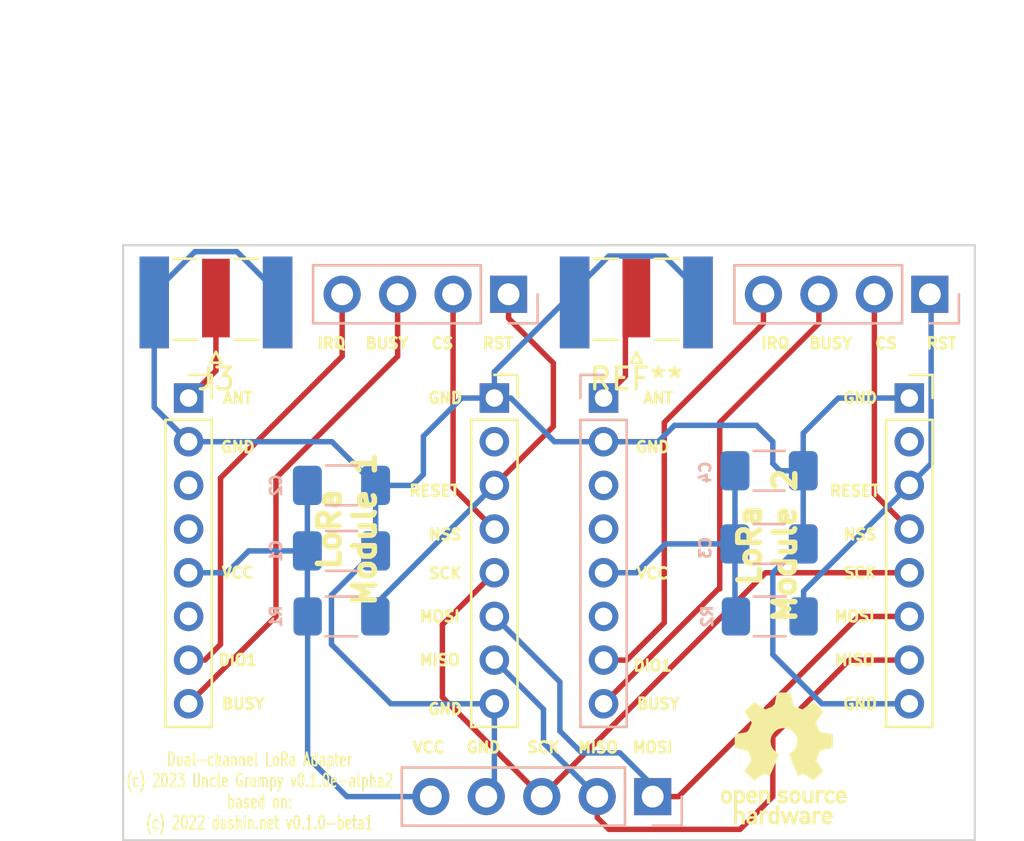
<source format=kicad_pcb>
(kicad_pcb (version 20221018) (generator pcbnew)
  (layers (0 "F.Cu" signal) (31 "B.Cu" signal) (34 "B.Paste" user) (35 "F.Paste" user) (36 "B.SilkS" user "B.Silkscreen") (37 "F.SilkS" user "F.Silkscreen") (38 "B.Mask" user) (39 "F.Mask" user) (44 "Edge.Cuts" user))
  (net 0 "")
  (net 1 "/VCC")
  (net 2 "/GND")
  (net 3 "/ANT1")
  (net 7 "/IRQ1")
  (net 8 "/BUSY1")
  (net 10 "/RESET1")
  (net 11 "/CS1")
  (net 12 "/SCK")
  (net 13 "/MOSI")
  (net 14 "/MISO")
  (net 15 "/ANT2")
  (net 19 "/BUSY2")
  (net 21 "/RESET2")
  (net 22 "/CS2")
  (net 23 "/IRQ2")
  (footprint "Connector_PinSocket_2.00mm:PinSocket_1x08_P2.00mm_Vertical" (layer "F.Cu") (at 137 70)
    (fp_text reference "J2" hide)
    (fp_text value "Conn_01x08_Female" hide)
    (pad "1" thru_hole rect (at 0 0) (size 1.35 1.35) (drill 0.8) (layers "*.Cu" "*.Mask") (net 2 "/GND"))
    (pad "2" thru_hole oval (at 0 2) (size 1.35 1.35) (drill 0.8) (layers "*.Cu" "*.Mask"))
    (pad "3" thru_hole oval (at 0 4) (size 1.35 1.35) (drill 0.8) (layers "*.Cu" "*.Mask") (net 10 "/RESET1"))
    (pad "4" thru_hole oval (at 0 6) (size 1.35 1.35) (drill 0.8) (layers "*.Cu" "*.Mask") (net 11 "/CS1"))
    (pad "5" thru_hole oval (at 0 8) (size 1.35 1.35) (drill 0.8) (layers "*.Cu" "*.Mask") (net 12 "/SCK"))
    (pad "6" thru_hole oval (at 0 10) (size 1.35 1.35) (drill 0.8) (layers "*.Cu" "*.Mask") (net 13 "/MOSI"))
    (pad "7" thru_hole oval (at 0 12) (size 1.35 1.35) (drill 0.8) (layers "*.Cu" "*.Mask") (net 14 "/MISO"))
    (pad "8" thru_hole oval (at 0 14) (size 1.35 1.35) (drill 0.8) (layers "*.Cu" "*.Mask") (net 2 "/GND"))
  )
  (footprint "Connector_Coaxial:SMA_Samtec_SMA-J-P-X-ST-EM1_EdgeMount" (layer "F.Cu") (at 143.5 65.6225 180)
    (fp_text reference "REF**" (at 0 -3.5) (layer "F.SilkS"))
    (fp_text value "SMA_Samtec_SMA-J-P-X-ST-EM1_EdgeMount")
    (pad "1" smd rect (at -2.825 0 180) (size 1.35 4.2) (layers "B.Cu" "B.Paste" "B.Mask") (net 2 "/GND"))
    (pad "1" smd rect (at 2.825 0 180) (size 1.35 4.2) (layers "B.Cu" "B.Paste" "B.Mask") (net 2 "/GND"))
    (pad "2" smd rect (at -2.825 0 180) (size 1.35 4.2) (layers "F.Cu" "F.Paste" "F.Mask"))
    (pad "2" smd rect (at 0 0.2 180) (size 1.27 3.6) (layers "F.Cu" "F.Paste" "F.Mask") (net 15 "/ANT2"))
    (pad "2" smd rect (at 2.825 0 180) (size 1.35 4.2) (layers "F.Cu" "F.Paste" "F.Mask"))
  )
  (footprint "Symbol:OSHW-Logo_5.7x6mm_SilkScreen" (layer "F.Cu") (at 150.25 86.5)
    (fp_text reference "REF**" hide)
    (fp_text value "OSHW-Logo_5.7x6mm_SilkScreen" hide)
  )
  (footprint "Connector_Coaxial:SMA_Samtec_SMA-J-P-X-ST-EM1_EdgeMount" (layer "F.Cu") (at 124.25 65.6225 180)
    (fp_text reference "J3" (at 0 -3.5 180) (layer "F.SilkS"))
    (fp_text value "Conn_01x02_Female")
    (pad "1" smd rect (at -2.825 0 180) (size 1.35 4.2) (layers "B.Cu" "B.Paste" "B.Mask") (net 2 "/GND"))
    (pad "1" smd rect (at 2.825 0 180) (size 1.35 4.2) (layers "B.Cu" "B.Paste" "B.Mask") (net 2 "/GND"))
    (pad "2" smd rect (at -2.825 0 180) (size 1.35 4.2) (layers "F.Cu" "F.Paste" "F.Mask") (net 2 "/GND"))
    (pad "2" smd rect (at 0 0.2 180) (size 1.27 3.6) (layers "F.Cu" "F.Paste" "F.Mask") (net 3 "/ANT1"))
    (pad "2" smd rect (at 2.825 0 180) (size 1.35 4.2) (layers "F.Cu" "F.Paste" "F.Mask") (net 2 "/GND"))
  )
  (footprint "Connector_PinSocket_2.00mm:PinSocket_1x08_P2.00mm_Vertical" (layer "F.Cu") (at 123 70)
    (fp_text reference "J1" hide)
    (fp_text value "Conn_01x08_Female" hide)
    (pad "1" thru_hole rect (at 0 0) (size 1.35 1.35) (drill 0.8) (layers "*.Cu" "*.Mask") (net 3 "/ANT1"))
    (pad "2" thru_hole oval (at 0 2) (size 1.35 1.35) (drill 0.8) (layers "*.Cu" "*.Mask") (net 2 "/GND"))
    (pad "3" thru_hole oval (at 0 4) (size 1.35 1.35) (drill 0.8) (layers "*.Cu" "*.Mask"))
    (pad "4" thru_hole oval (at 0 6) (size 1.35 1.35) (drill 0.8) (layers "*.Cu" "*.Mask"))
    (pad "5" thru_hole oval (at 0 8) (size 1.35 1.35) (drill 0.8) (layers "*.Cu" "*.Mask") (net 1 "/VCC"))
    (pad "6" thru_hole oval (at 0 10) (size 1.35 1.35) (drill 0.8) (layers "*.Cu" "*.Mask"))
    (pad "7" thru_hole oval (at 0 12) (size 1.35 1.35) (drill 0.8) (layers "*.Cu" "*.Mask") (net 7 "/IRQ1"))
    (pad "8" thru_hole oval (at 0 14) (size 1.35 1.35) (drill 0.8) (layers "*.Cu" "*.Mask") (net 8 "/BUSY1"))
  )
  (footprint "Connector_PinSocket_2.00mm:PinSocket_1x08_P2.00mm_Vertical" (layer "F.Cu") (at 156 70)
    (fp_text reference "J6" hide)
    (fp_text value "Conn_01x08_Female" hide)
    (pad "1" thru_hole rect (at 0 0) (size 1.35 1.35) (drill 0.8) (layers "*.Cu" "*.Mask") (net 2 "/GND"))
    (pad "2" thru_hole oval (at 0 2) (size 1.35 1.35) (drill 0.8) (layers "*.Cu" "*.Mask"))
    (pad "3" thru_hole oval (at 0 4) (size 1.35 1.35) (drill 0.8) (layers "*.Cu" "*.Mask") (net 21 "/RESET2"))
    (pad "4" thru_hole oval (at 0 6) (size 1.35 1.35) (drill 0.8) (layers "*.Cu" "*.Mask") (net 22 "/CS2"))
    (pad "5" thru_hole oval (at 0 8) (size 1.35 1.35) (drill 0.8) (layers "*.Cu" "*.Mask") (net 12 "/SCK"))
    (pad "6" thru_hole oval (at 0 10) (size 1.35 1.35) (drill 0.8) (layers "*.Cu" "*.Mask") (net 13 "/MOSI"))
    (pad "7" thru_hole oval (at 0 12) (size 1.35 1.35) (drill 0.8) (layers "*.Cu" "*.Mask") (net 14 "/MISO"))
    (pad "8" thru_hole oval (at 0 14) (size 1.35 1.35) (drill 0.8) (layers "*.Cu" "*.Mask") (net 2 "/GND"))
  )
  (footprint "Connector_PinSocket_2.00mm:PinSocket_1x08_P2.00mm_Vertical" (layer "B.Cu") (at 142 70 180)
    (fp_text reference "J5" hide)
    (fp_text value "Conn_01x08_Female" hide)
    (pad "1" thru_hole rect (at 0 0 180) (size 1.35 1.35) (drill 0.8) (layers "*.Cu" "*.Mask") (net 15 "/ANT2"))
    (pad "2" thru_hole oval (at 0 -2 180) (size 1.35 1.35) (drill 0.8) (layers "*.Cu" "*.Mask") (net 2 "/GND"))
    (pad "3" thru_hole oval (at 0 -4 180) (size 1.35 1.35) (drill 0.8) (layers "*.Cu" "*.Mask"))
    (pad "4" thru_hole oval (at 0 -6 180) (size 1.35 1.35) (drill 0.8) (layers "*.Cu" "*.Mask"))
    (pad "5" thru_hole oval (at 0 -8 180) (size 1.35 1.35) (drill 0.8) (layers "*.Cu" "*.Mask") (net 1 "/VCC"))
    (pad "6" thru_hole oval (at 0 -10 180) (size 1.35 1.35) (drill 0.8) (layers "*.Cu" "*.Mask"))
    (pad "7" thru_hole oval (at 0 -12 180) (size 1.35 1.35) (drill 0.8) (layers "*.Cu" "*.Mask") (net 23 "/IRQ2"))
    (pad "8" thru_hole oval (at 0 -14 180) (size 1.35 1.35) (drill 0.8) (layers "*.Cu" "*.Mask") (net 19 "/BUSY2"))
  )
  (footprint "Capacitor_SMD:C_1206_3216Metric_Pad1.33x1.80mm_HandSolder" (layer "B.Cu") (at 149.58 73.33)
    (fp_text reference "C4" (at -2.92 0.08 90) (layer "B.SilkS") (effects (font (size 0.5 0.5) (thickness 0.125)) (justify mirror)))
    (fp_text value "10uF" hide)
    (pad "1" smd roundrect (at -1.5625 0) (size 1.325 1.8) (layers "B.Cu" "B.Paste" "B.Mask") (roundrect_rratio 0.1886792453) (net 1 "/VCC"))
    (pad "2" smd roundrect (at 1.5625 0) (size 1.325 1.8) (layers "B.Cu" "B.Paste" "B.Mask") (roundrect_rratio 0.1886792453) (net 2 "/GND"))
  )
  (footprint "Capacitor_SMD:C_1206_3216Metric_Pad1.33x1.80mm_HandSolder" (layer "B.Cu") (at 149.58 76.68)
    (fp_text reference "C3" (at -2.92 0.18 90) (layer "B.SilkS") (effects (font (size 0.5 0.5) (thickness 0.125)) (justify mirror)))
    (fp_text value "100nF" hide)
    (pad "1" smd roundrect (at -1.5625 0) (size 1.325 1.8) (layers "B.Cu" "B.Paste" "B.Mask") (roundrect_rratio 0.1886792453) (net 1 "/VCC"))
    (pad "2" smd roundrect (at 1.5625 0) (size 1.325 1.8) (layers "B.Cu" "B.Paste" "B.Mask") (roundrect_rratio 0.1886792453) (net 2 "/GND"))
  )
  (footprint "Resistor_SMD:R_1206_3216Metric_Pad1.30x1.75mm_HandSolder" (layer "B.Cu") (at 149.61 80 180)
    (fp_text reference "R2" (at 2.86 0 90) (layer "B.SilkS") (effects (font (size 0.5 0.5) (thickness 0.125)) (justify mirror)))
    (fp_text value "10k" hide)
    (pad "1" smd roundrect (at -1.55 0 180) (size 1.3 1.75) (layers "B.Cu" "B.Paste" "B.Mask") (roundrect_rratio 0.1923076923) (net 21 "/RESET2"))
    (pad "2" smd roundrect (at 1.55 0 180) (size 1.3 1.75) (layers "B.Cu" "B.Paste" "B.Mask") (roundrect_rratio 0.1923076923) (net 1 "/VCC"))
  )
  (footprint "Resistor_SMD:R_1206_3216Metric_Pad1.30x1.75mm_HandSolder" (layer "B.Cu") (at 130 80 180)
    (fp_text reference "R1" (at 3 0 90) (layer "B.SilkS") (effects (font (size 0.5 0.5) (thickness 0.125)) (justify mirror)))
    (fp_text value "10k" hide)
    (pad "1" smd roundrect (at -1.55 0 180) (size 1.3 1.75) (layers "B.Cu" "B.Paste" "B.Mask") (roundrect_rratio 0.1923076923) (net 10 "/RESET1"))
    (pad "2" smd roundrect (at 1.55 0 180) (size 1.3 1.75) (layers "B.Cu" "B.Paste" "B.Mask") (roundrect_rratio 0.1923076923) (net 1 "/VCC"))
  )
  (footprint "Capacitor_SMD:C_1206_3216Metric_Pad1.33x1.80mm_HandSolder" (layer "B.Cu") (at 130 74)
    (fp_text reference "C2" (at -3 0 90) (layer "B.SilkS") (effects (font (size 0.5 0.5) (thickness 0.125)) (justify mirror)))
    (fp_text value "10uF" hide)
    (pad "1" smd roundrect (at -1.5625 0) (size 1.325 1.8) (layers "B.Cu" "B.Paste" "B.Mask") (roundrect_rratio 0.1886792453) (net 1 "/VCC"))
    (pad "2" smd roundrect (at 1.5625 0) (size 1.325 1.8) (layers "B.Cu" "B.Paste" "B.Mask") (roundrect_rratio 0.1886792453) (net 2 "/GND"))
  )
  (footprint "Connector_PinHeader_2.54mm:PinHeader_1x05_P2.54mm_Vertical" (layer "B.Cu") (at 144.25 88.25 90)
    (fp_text reference "J9" hide)
    (fp_text value "Conn_01x05_Male" hide)
    (pad "1" thru_hole rect (at 0 0 90) (size 1.7 1.7) (drill 1) (layers "*.Cu" "*.Mask") (net 13 "/MOSI"))
    (pad "2" thru_hole oval (at 0 -2.54 90) (size 1.7 1.7) (drill 1) (layers "*.Cu" "*.Mask") (net 14 "/MISO"))
    (pad "3" thru_hole oval (at 0 -5.08 90) (size 1.7 1.7) (drill 1) (layers "*.Cu" "*.Mask") (net 12 "/SCK"))
    (pad "4" thru_hole oval (at 0 -7.62 90) (size 1.7 1.7) (drill 1) (layers "*.Cu" "*.Mask") (net 2 "/GND"))
    (pad "5" thru_hole oval (at 0 -10.16 90) (size 1.7 1.7) (drill 1) (layers "*.Cu" "*.Mask") (net 1 "/VCC"))
  )
  (footprint "Connector_PinHeader_2.54mm:PinHeader_1x04_P2.54mm_Vertical" (layer "B.Cu") (at 156.94 65.25 90)
    (fp_text reference "J8" hide)
    (fp_text value "Conn_01x04_Male" hide)
    (pad "1" thru_hole rect (at 0 0 90) (size 1.7 1.7) (drill 1) (layers "*.Cu" "*.Mask") (net 21 "/RESET2"))
    (pad "2" thru_hole oval (at 0 -2.54 90) (size 1.7 1.7) (drill 1) (layers "*.Cu" "*.Mask") (net 22 "/CS2"))
    (pad "3" thru_hole oval (at 0 -5.08 90) (size 1.7 1.7) (drill 1) (layers "*.Cu" "*.Mask") (net 19 "/BUSY2"))
    (pad "4" thru_hole oval (at 0 -7.62 90) (size 1.7 1.7) (drill 1) (layers "*.Cu" "*.Mask") (net 23 "/IRQ2"))
  )
  (footprint "Connector_PinHeader_2.54mm:PinHeader_1x04_P2.54mm_Vertical" (layer "B.Cu") (at 137.65 65.25 90)
    (fp_text reference "J4" hide)
    (fp_text value "Conn_01x04_Male" hide)
    (pad "1" thru_hole rect (at 0 0 90) (size 1.7 1.7) (drill 1) (layers "*.Cu" "*.Mask") (net 10 "/RESET1"))
    (pad "2" thru_hole oval (at 0 -2.54 90) (size 1.7 1.7) (drill 1) (layers "*.Cu" "*.Mask") (net 11 "/CS1"))
    (pad "3" thru_hole oval (at 0 -5.08 90) (size 1.7 1.7) (drill 1) (layers "*.Cu" "*.Mask") (net 8 "/BUSY1"))
    (pad "4" thru_hole oval (at 0 -7.62 90) (size 1.7 1.7) (drill 1) (layers "*.Cu" "*.Mask") (net 7 "/IRQ1"))
  )
  (footprint "Capacitor_SMD:C_1206_3216Metric_Pad1.33x1.80mm_HandSolder" (layer "B.Cu") (at 130 77)
    (fp_text reference "C1" (at -3 0 90) (layer "B.SilkS") (effects (font (size 0.5 0.5) (thickness 0.125)) (justify mirror)))
    (fp_text value "100nF" hide)
    (pad "1" smd roundrect (at -1.5625 0) (size 1.325 1.8) (layers "B.Cu" "B.Paste" "B.Mask") (roundrect_rratio 0.1886792453) (net 1 "/VCC"))
    (pad "2" smd roundrect (at 1.5625 0) (size 1.325 1.8) (layers "B.Cu" "B.Paste" "B.Mask") (roundrect_rratio 0.1886792453) (net 2 "/GND"))
  )
  (gr_line (start 120 90.25) (end 159 90.25) (stroke (width 0.1)) (layer "Edge.Cuts"))
  (gr_line (start 159 90.25) (end 159 63) (stroke (width 0.1)) (layer "Edge.Cuts"))
  (gr_line (start 120 63) (end 120 90.25) (stroke (width 0.1)) (layer "Edge.Cuts"))
  (gr_line (start 159 63) (end 120 63) (stroke (width 0.1)) (layer "Edge.Cuts"))
  (gr_text "LoRa\nModule 1" (at 130.25 76 90) (layer "F.SilkS") (effects (font (size 1 1) (thickness 0.25))))
  (gr_text "DIO1" (at 144.25 82.25) (layer "F.SilkS") (effects (font (size 0.5 0.5) (thickness 0.125))))
  (gr_text "GND" (at 134.75 70) (layer "F.SilkS") (effects (font (size 0.5 0.5) (thickness 0.125))))
  (gr_text "MISO" (at 153.5 82) (layer "F.SilkS") (effects (font (size 0.5 0.5) (thickness 0.125))))
  (gr_text "GND" (at 134.75 84.25) (layer "F.SilkS") (effects (font (size 0.5 0.5) (thickness 0.125))))
  (gr_text "RST" (at 157.48 67.5) (layer "F.SilkS") (effects (font (size 0.5 0.5) (thickness 0.125))))
  (gr_text "VCC" (at 134 86) (layer "F.SilkS") (effects (font (size 0.5 0.5) (thickness 0.125))))
  (gr_text "SCK" (at 139.25 86) (layer "F.SilkS") (effects (font (size 0.5 0.5) (thickness 0.125))))
  (gr_text "MOSI" (at 134.5 80) (layer "F.SilkS") (effects (font (size 0.5 0.5) (thickness 0.125))))
  (gr_text "CS" (at 134.62 67.5) (layer "F.SilkS") (effects (font (size 0.5 0.5) (thickness 0.125))))
  (gr_text "BUSY" (at 132.08 67.5) (layer "F.SilkS") (effects (font (size 0.5 0.5) (thickness 0.125))))
  (gr_text "GND" (at 144.25 72.25) (layer "F.SilkS") (effects (font (size 0.5 0.5) (thickness 0.125))))
  (gr_text "IRQ" (at 129.54 67.5) (layer "F.SilkS") (effects (font (size 0.5 0.5) (thickness 0.125))))
  (gr_text "MISO" (at 141.75 86) (layer "F.SilkS") (effects (font (size 0.5 0.5) (thickness 0.125))))
  (gr_text "GND" (at 153.75 70) (layer "F.SilkS") (effects (font (size 0.5 0.5) (thickness 0.125))))
  (gr_text "VCC" (at 125.25 78) (layer "F.SilkS") (effects (font (size 0.5 0.5) (thickness 0.125))))
  (gr_text "ANT" (at 125.25 70) (layer "F.SilkS") (effects (font (size 0.5 0.5) (thickness 0.125))))
  (gr_text "Dual-channel LoRa Adapter\n(c) 2023 Uncle Grumpy v0.1.0e-alpha2\nbased on:\n(c) 2022 dushin.net v0.1.0-beta1" (at 126.25 88) (layer "F.SilkS") (effects (font (size 0.6 0.4) (thickness 0.0875) bold)))
  (gr_text "RESET" (at 134.25 74.25) (layer "F.SilkS") (effects (font (size 0.5 0.5) (thickness 0.125))))
  (gr_text "VCC" (at 144.25 78.03) (layer "F.SilkS") (effects (font (size 0.5 0.5) (thickness 0.125))))
  (gr_text "BUSY" (at 144.5 84) (layer "F.SilkS") (effects (font (size 0.5 0.5) (thickness 0.125))))
  (gr_text "NSS" (at 134.75 76.25) (layer "F.SilkS") (effects (font (size 0.5 0.5) (thickness 0.125))))
  (gr_text "GND" (at 136.5 86) (layer "F.SilkS") (effects (font (size 0.5 0.5) (thickness 0.125))))
  (gr_text "MOSI" (at 144.25 86) (layer "F.SilkS") (effects (font (size 0.5 0.5) (thickness 0.125))))
  (gr_text "MOSI" (at 153.5 80) (layer "F.SilkS") (effects (font (size 0.5 0.5) (thickness 0.125))))
  (gr_text "RESET" (at 153.5 74.25) (layer "F.SilkS") (effects (font (size 0.5 0.5) (thickness 0.125))))
  (gr_text "BUSY" (at 125.5 84) (layer "F.SilkS") (effects (font (size 0.5 0.5) (thickness 0.125))))
  (gr_text "NSS" (at 153.75 76.25) (layer "F.SilkS") (effects (font (size 0.5 0.5) (thickness 0.125))))
  (gr_text "SCK" (at 134.75 78.03) (layer "F.SilkS") (effects (font (size 0.5 0.5) (thickness 0.125))))
  (gr_text "GND" (at 125.25 72.25) (layer "F.SilkS") (effects (font (size 0.5 0.5) (thickness 0.125))))
  (gr_text "SCK" (at 153.75 78) (layer "F.SilkS") (effects (font (size 0.5 0.5) (thickness 0.125))))
  (gr_text "LoRa\nModule 2" (at 149.5 76.75 90) (layer "F.SilkS") (effects (font (size 1 1) (thickness 0.25))))
  (gr_text "MISO" (at 134.5 82) (layer "F.SilkS") (effects (font (size 0.5 0.5) (thickness 0.125))))
  (gr_text "CS" (at 154.94 67.5) (layer "F.SilkS") (effects (font (size 0.5 0.5) (thickness 0.125))))
  (gr_text "GND" (at 153.75 84) (layer "F.SilkS") (effects (font (size 0.5 0.5) (thickness 0.125))))
  (gr_text "IRQ" (at 149.86 67.5) (layer "F.SilkS") (effects (font (size 0.5 0.5) (thickness 0.125))))
  (gr_text "ANT" (at 144.5 70) (layer "F.SilkS") (effects (font (size 0.5 0.5) (thickness 0.125))))
  (gr_text "BUSY" (at 152.4 67.5) (layer "F.SilkS") (effects (font (size 0.5 0.5) (thickness 0.125))))
  (gr_text "DIO1" (at 125.25 82) (layer "F.SilkS") (effects (font (size 0.5 0.5) (thickness 0.125))))
  (gr_text "RST" (at 137.16 67.5) (layer "F.SilkS") (effects (font (size 0.5 0.5) (thickness 0.125))))
  (segment (start 128.45 80) (end 128.45 86.45) (width 0.25) (layer "B.Cu") (net 1))
  (segment (start 144.82 76.68) (end 148.0175 76.68) (width 0.25) (layer "B.Cu") (net 1))
  (segment (start 125.75 77) (end 128.4375 77) (width 0.25) (layer "B.Cu") (net 1))
  (segment (start 142 78) (end 143.5 78) (width 0.25) (layer "B.Cu") (net 1))
  (segment (start 128.45 86.45) (end 130.25 88.25) (width 0.25) (layer "B.Cu") (net 1))
  (segment (start 148.0175 73.33) (end 148.0175 79.9575) (width 0.25) (layer "B.Cu") (net 1))
  (segment (start 143.5 78) (end 144.82 76.68) (width 0.25) (layer "B.Cu") (net 1))
  (segment (start 148.0175 79.9575) (end 148.06 80) (width 0.25) (layer "B.Cu") (net 1))
  (segment (start 124.75 78) (end 125.75 77) (width 0.25) (layer "B.Cu") (net 1))
  (segment (start 128.4375 79.9875) (end 128.45 80) (width 0.25) (layer "B.Cu") (net 1))
  (segment (start 130.25 88.25) (end 134.09 88.25) (width 0.25) (layer "B.Cu") (net 1))
  (segment (start 123 78) (end 124.75 78) (width 0.25) (layer "B.Cu") (net 1))
  (segment (start 128.4375 74) (end 128.4375 79.9875) (width 0.25) (layer "B.Cu") (net 1))
  (segment (start 137 87.88) (end 136.63 88.25) (width 0.25) (layer "F.Cu") (net 2))
  (segment (start 149.75 72) (end 149.75 73) (width 0.25) (layer "B.Cu") (net 2))
  (segment (start 142 72) (end 144.5 72) (width 0.25) (layer "B.Cu") (net 2))
  (segment (start 137.75 70) (end 139.75 72) (width 0.25) (layer "B.Cu") (net 2))
  (segment (start 139.75 72) (end 142 72) (width 0.25) (layer "B.Cu") (net 2))
  (segment (start 135.5 70) (end 133.75 71.75) (width 0.25) (layer "B.Cu") (net 2))
  (segment (start 140.675 65.6225) (end 140.675 65.065) (width 0.25) (layer "B.Cu") (net 2))
  (segment (start 129.5625 72) (end 123 72) (width 0.25) (layer "B.Cu") (net 2))
  (segment (start 149.75 81.75) (end 152 84) (width 0.25) (layer "B.Cu") (net 2))
  (segment (start 151.1425 76.68) (end 151.07 76.68) (width 0.25) (layer "B.Cu") (net 2))
  (segment (start 133.75 73.5) (end 133.25 74) (width 0.25) (layer "B.Cu") (net 2))
  (segment (start 123.29 63.2975) (end 121.425 65.1625) (width 0.25) (layer "B.Cu") (net 2))
  (segment (start 149 71.25) (end 149.75 72) (width 0.25) (layer "B.Cu") (net 2))
  (segment (start 133.25 74) (end 131.5625 74) (width 0.25) (layer "B.Cu") (net 2))
  (segment (start 140.175 65.6225) (end 137 68.7975) (width 0.25) (layer "B.Cu") (net 2))
  (segment (start 137 84) (end 137 87.88) (width 0.25) (layer "B.Cu") (net 2))
  (segment (start 132.26 84) (end 137 84) (width 0.25) (layer "B.Cu") (net 2))
  (segment (start 144.78 63.5) (end 146.325 65.045) (width 0.25) (layer "B.Cu") (net 2))
  (segment (start 149.75 73) (end 150.08 73.33) (width 0.25) (layer "B.Cu") (net 2))
  (segment (start 131.5625 74) (end 129.5625 72) (width 0.25) (layer "B.Cu") (net 2))
  (segment (start 152.75 70) (end 151.1425 71.6075) (width 0.25) (layer "B.Cu") (net 2))
  (segment (start 151.1425 71.6075) (end 151.1425 76.68) (width 0.25) (layer "B.Cu") (net 2))
  (segment (start 156 70) (end 152.75 70) (width 0.25) (layer "B.Cu") (net 2))
  (segment (start 140.675 65.065) (end 142.24 63.5) (width 0.25) (layer "B.Cu") (net 2))
  (segment (start 123 72) (end 121.425 70.425) (width 0.25) (layer "B.Cu") (net 2))
  (segment (start 137 70) (end 135.5 70) (width 0.25) (layer "B.Cu") (net 2))
  (segment (start 149.75 78) (end 149.75 81.75) (width 0.25) (layer "B.Cu") (net 2))
  (segment (start 125.21 63.2975) (end 123.29 63.2975) (width 0.25) (layer "B.Cu") (net 2))
  (segment (start 131.5625 77) (end 129.54 79.0225) (width 0.25) (layer "B.Cu") (net 2))
  (segment (start 146.325 65.045) (end 146.325 65.6225) (width 0.25) (layer "B.Cu") (net 2))
  (segment (start 127.075 65.1625) (end 125.21 63.2975) (width 0.25) (layer "B.Cu") (net 2))
  (segment (start 152 84) (end 156 84) (width 0.25) (layer "B.Cu") (net 2))
  (segment (start 129.54 79.0225) (end 129.54 81.28) (width 0.25) (layer "B.Cu") (net 2))
  (segment (start 133.75 71.75) (end 133.75 73.5) (width 0.25) (layer "B.Cu") (net 2))
  (segment (start 121.425 70.425) (end 121.425 65.6225) (width 0.25) (layer "B.Cu") (net 2))
  (segment (start 142.24 63.5) (end 144.78 63.5) (width 0.25) (layer "B.Cu") (net 2))
  (segment (start 151.07 76.68) (end 149.75 78) (width 0.25) (layer "B.Cu") (net 2))
  (segment (start 137 68.7975) (end 137 70) (width 0.25) (layer "B.Cu") (net 2))
  (segment (start 150.08 73.33) (end 151.1425 73.33) (width 0.25) (layer "B.Cu") (net 2))
  (segment (start 145.25 71.25) (end 149 71.25) (width 0.25) (layer "B.Cu") (net 2))
  (segment (start 144.5 72) (end 145.25 71.25) (width 0.25) (layer "B.Cu") (net 2))
  (segment (start 137 70) (end 137.75 70) (width 0.25) (layer "B.Cu") (net 2))
  (segment (start 129.54 81.28) (end 132.26 84) (width 0.25) (layer "B.Cu") (net 2))
  (segment (start 131.5625 74) (end 131.5625 77) (width 0.25) (layer "B.Cu") (net 2))
  (segment (start 124.25 68.75) (end 123 70) (width 0.25) (layer "F.Cu") (net 3))
  (segment (start 124.25 65.4225) (end 124.25 68.75) (width 0.25) (layer "F.Cu") (net 3))
  (segment (start 130.03 68.09) (end 130.03 65.25) (width 0.25) (layer "F.Cu") (net 7))
  (segment (start 124.46 73.66) (end 130.03 68.09) (width 0.25) (layer "F.Cu") (net 7))
  (segment (start 124.46 81.28) (end 124.46 73.66) (width 0.25) (layer "F.Cu") (net 7))
  (segment (start 123.74 82) (end 124.46 81.28) (width 0.25) (layer "F.Cu") (net 7))
  (segment (start 132.57 68.09) (end 132.57 65.25) (width 0.25) (layer "F.Cu") (net 8))
  (segment (start 127 73.66) (end 132.57 68.09) (width 0.25) (layer "F.Cu") (net 8))
  (segment (start 123 84) (end 127 80) (width 0.25) (layer "F.Cu") (net 8))
  (segment (start 127 80) (end 127 73.66) (width 0.25) (layer "F.Cu") (net 8))
  (segment (start 137.65 66.35) (end 139.7 68.4) (width 0.25) (layer "F.Cu") (net 10))
  (segment (start 139.7 71.3) (end 137 74) (width 0.25) (layer "F.Cu") (net 10))
  (segment (start 137.65 65.25) (end 137.65 66.35) (width 0.25) (layer "F.Cu") (net 10))
  (segment (start 139.7 68.4) (end 139.7 71.3) (width 0.25) (layer "F.Cu") (net 10))
  (segment (start 131.55 80) (end 131.55 79.45) (width 0.25) (layer "B.Cu") (net 10))
  (segment (start 131.55 79.45) (end 137 74) (width 0.25) (layer "B.Cu") (net 10))
  (segment (start 135.11 74.11) (end 137 76) (width 0.25) (layer "F.Cu") (net 11))
  (segment (start 135.11 65.25) (end 135.11 74.11) (width 0.25) (layer "F.Cu") (net 11))
  (segment (start 134.62 80.38) (end 137 78) (width 0.25) (layer "F.Cu") (net 12))
  (segment (start 139.17 88.25) (end 134.62 83.7) (width 0.25) (layer "F.Cu") (net 12))
  (segment (start 134.62 83.7) (end 134.62 80.38) (width 0.25) (layer "F.Cu") (net 12))
  (segment (start 139.17 88.25) (end 149.42 78) (width 0.25) (layer "F.Cu") (net 12))
  (segment (start 149.42 78) (end 156 78) (width 0.25) (layer "F.Cu") (net 12))
  (segment (start 156 80) (end 153.68 80) (width 0.25) (layer "F.Cu") (net 13))
  (segment (start 153.68 80) (end 145.43 88.25) (width 0.25) (layer "F.Cu") (net 13))
  (segment (start 145.43 88.25) (end 144.25 88.25) (width 0.25) (layer "F.Cu") (net 13))
  (segment (start 142.75 86.25) (end 144.25 87.75) (width 0.25) (layer "B.Cu") (net 13))
  (segment (start 144.25 87.75) (end 144.25 88.25) (width 0.25) (layer "B.Cu") (net 13))
  (segment (start 141 86.25) (end 142.75 86.25) (width 0.25) (layer "B.Cu") (net 13))
  (segment (start 140 83) (end 140 85.25) (width 0.25) (layer "B.Cu") (net 13))
  (segment (start 137 80) (end 140 83) (width 0.25) (layer "B.Cu") (net 13))
  (segment (start 140 85.25) (end 141 86.25) (width 0.25) (layer "B.Cu") (net 13))
  (segment (start 142.25 89.75) (end 141.71 89.21) (width 0.25) (layer "F.Cu") (net 14))
  (segment (start 149.75 85.5) (end 149.75 88.25) (width 0.25) (layer "F.Cu") (net 14))
  (segment (start 156 82) (end 153.25 82) (width 0.25) (layer "F.Cu") (net 14))
  (segment (start 141.71 89.21) (end 141.71 88.25) (width 0.25) (layer "F.Cu") (net 14))
  (segment (start 149.75 88.25) (end 148.25 89.75) (width 0.25) (layer "F.Cu") (net 14))
  (segment (start 153.25 82) (end 149.75 85.5) (width 0.25) (layer "F.Cu") (net 14))
  (segment (start 148.25 89.75) (end 142.25 89.75) (width 0.25) (layer "F.Cu") (net 14))
  (segment (start 139.25 84.25) (end 139.25 85.79) (width 0.25) (layer "B.Cu") (net 14))
  (segment (start 137 82) (end 139.25 84.25) (width 0.25) (layer "B.Cu") (net 14))
  (segment (start 139.25 85.79) (end 141.71 88.25) (width 0.25) (layer "B.Cu") (net 14))
  (segment (start 143 69) (end 142 70) (width 0.25) (layer "F.Cu") (net 15))
  (segment (start 143 65.4225) (end 143 69) (width 0.25) (layer "F.Cu") (net 15))
  (segment (start 147.26 78.74) (end 142 84) (width 0.25) (layer "F.Cu") (net 19))
  (segment (start 142.06 84) (end 142.24 83.82) (width 0.25) (layer "F.Cu") (net 19))
  (segment (start 151.86 66.58) (end 147.32 71.12) (width 0.25) (layer "F.Cu") (net 19))
  (segment (start 142.06 84) (end 142 84) (width 0.25) (layer "F.Cu") (net 19))
  (segment (start 147.32 78.74) (end 147.26 78.74) (width 0.25) (layer "F.Cu") (net 19))
  (segment (start 147.32 71.12) (end 147.32 78.74) (width 0.25) (layer "F.Cu") (net 19))
  (segment (start 151.86 65.25) (end 151.86 66.58) (width 0.25) (layer "F.Cu") (net 19))
  (segment (start 151.16 78.84) (end 156 74) (width 0.25) (layer "B.Cu") (net 21))
  (segment (start 156.94 65.25) (end 157 65.31) (width 0.25) (layer "B.Cu") (net 21))
  (segment (start 157 65.31) (end 157 73) (width 0.25) (layer "B.Cu") (net 21))
  (segment (start 157 73) (end 156 74) (width 0.25) (layer "B.Cu") (net 21))
  (segment (start 151.16 80) (end 151.16 78.84) (width 0.25) (layer "B.Cu") (net 21))
  (segment (start 154.4 65.25) (end 154.4 74.4) (width 0.25) (layer "F.Cu") (net 22))
  (segment (start 154.4 74.4) (end 156 76) (width 0.25) (layer "F.Cu") (net 22))
  (segment (start 149.32 66.58) (end 144.78 71.12) (width 0.25) (layer "F.Cu") (net 23))
  (segment (start 144.78 80.285786) (end 143.065786 82) (width 0.25) (layer "F.Cu") (net 23))
  (segment (start 143.065786 82) (end 142 82) (width 0.25) (layer "F.Cu") (net 23))
  (segment (start 144.78 71.12) (end 144.78 80.285786) (width 0.25) (layer "F.Cu") (net 23))
  (segment (start 149.32 65.25) (end 149.32 66.58) (width 0.25) (layer "F.Cu") (net 23))
)
</source>
